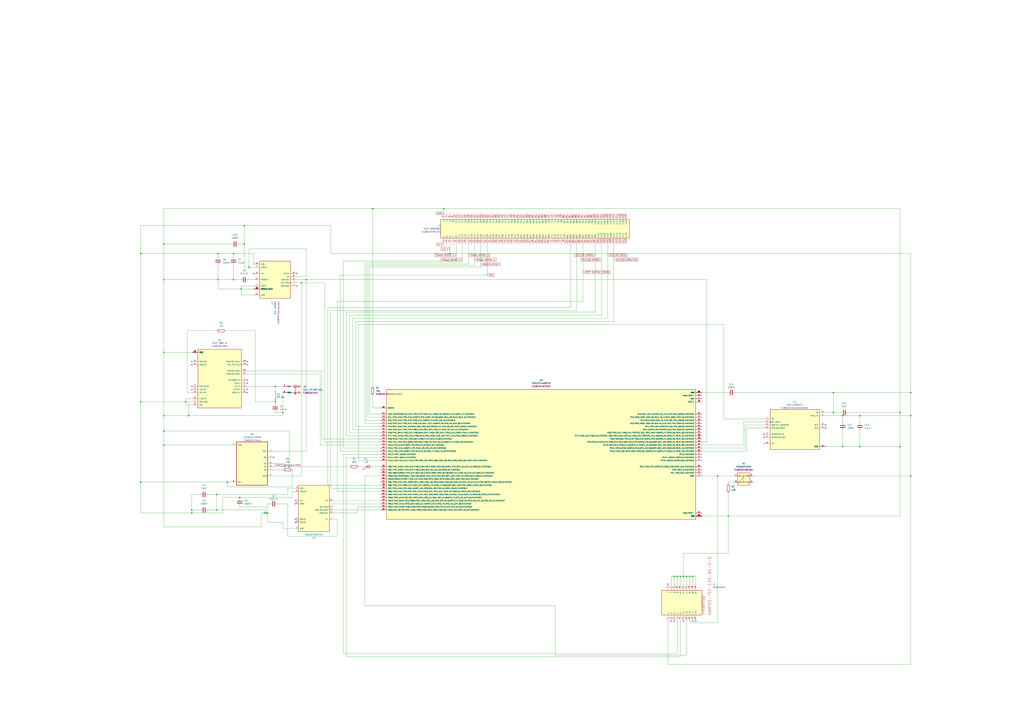
<source format=kicad_sch>
(kicad_sch (version 20230121) (generator eeschema)
  (paper "A1")
  (junction (at 134.62 229.87))
  (junction (at 561.34 473.71))
  (junction (at 134.62 289.56))
  (junction (at 556.26 473.71))
  (junction (at 568.96 473.71))
  (junction (at 247.65 232.41))
  (junction (at 233.68 383.54))
  (junction (at 191.77 229.87))
  (junction (at 232.41 339.09))
  (junction (at 226.06 317.5))
  (junction (at 306.07 171.45))
  (junction (at 566.42 473.71))
  (junction (at 739.14 339.09))
  (junction (at 692.15 341.63))
  (junction (at 219.71 421.64))
  (junction (at 226.06 330.2))
  (junction (at 196.85 408.94))
  (junction (at 237.49 383.54))
  (junction (at 115.57 330.2))
  (junction (at 177.8 419.1))
  (junction (at 692.15 367.03))
  (junction (at 739.14 367.03))
  (junction (at 157.48 419.1))
  (junction (at 134.62 341.63))
  (junction (at 152.4 330.2))
  (junction (at 684.53 322.58))
  (junction (at 364.49 171.45))
  (junction (at 251.46 229.87))
  (junction (at 115.57 396.24))
  (junction (at 179.07 208.28))
  (junction (at 134.62 365.76))
  (junction (at 748.03 322.58))
  (junction (at 589.28 391.16))
  (junction (at 706.12 341.63))
  (junction (at 563.88 473.71))
  (junction (at 204.47 219.71))
  (junction (at 200.66 200.66))
  (junction (at 218.44 421.64))
  (junction (at 157.48 421.64))
  (junction (at 217.17 421.64))
  (junction (at 186.69 396.24))
  (junction (at 134.62 200.66))
  (junction (at 748.03 391.16))
  (junction (at 200.66 185.42))
  (junction (at 198.12 237.49))
  (junction (at 684.53 339.09))
  (junction (at 179.07 229.87))
  (junction (at 115.57 208.28))
  (junction (at 706.12 367.03))
  (junction (at 191.77 208.28))
  (junction (at 748.03 341.63))
  (junction (at 558.8 473.71))
  (junction (at 134.62 354.33))
  (junction (at 598.17 424.18))
  (junction (at 154.94 341.63))
  (junction (at 369.57 208.28))
  (junction (at 553.72 473.71))
  (junction (at 177.8 406.4))
  (no_connect (at 568.96 510.54))
  (no_connect (at 203.2 297.18))
  (no_connect (at 157.48 297.18))
  (no_connect (at 678.18 349.25))
  (no_connect (at 203.2 322.58))
  (no_connect (at 203.2 312.42))
  (no_connect (at 203.2 320.04))
  (no_connect (at 553.72 510.54))
  (no_connect (at 224.79 375.92))
  (no_connect (at 571.5 510.54))
  (no_connect (at 242.57 426.72))
  (no_connect (at 208.28 224.79))
  (no_connect (at 242.57 411.48))
  (no_connect (at 627.38 356.87))
  (no_connect (at 561.34 510.54))
  (no_connect (at 157.48 317.5))
  (no_connect (at 548.64 480.06))
  (no_connect (at 157.48 320.04))
  (no_connect (at 242.57 429.26))
  (no_connect (at 203.2 314.96))
  (no_connect (at 157.48 299.72))
  (no_connect (at 243.84 234.95))
  (no_connect (at 242.57 414.02))
  (no_connect (at 551.18 510.54))
  (no_connect (at 243.84 224.79))
  (no_connect (at 678.18 351.79))
  (no_connect (at 627.38 359.41))
  (no_connect (at 203.2 299.72))
  (wire (pts (xy 364.49 171.45) (xy 306.07 171.45)))
  (wire (pts (xy 610.87 365.76) (xy 576.58 365.76)))
  (wire (pts (xy 220.98 414.02) (xy 219.71 414.02)))
  (wire (pts (xy 191.77 210.82) (xy 191.77 208.28)))
  (wire (pts (xy 273.05 421.64) (xy 293.37 421.64)))
  (wire (pts (xy 580.39 363.22) (xy 576.58 363.22)))
  (wire (pts (xy 226.06 339.09) (xy 232.41 339.09)))
  (wire (pts (xy 281.94 373.38) (xy 312.42 373.38)))
  (wire (pts (xy 152.4 330.2) (xy 152.4 332.74)))
  (wire (pts (xy 627.38 344.17) (xy 594.36 344.17)))
  (wire (pts (xy 224.79 386.08) (xy 232.41 386.08)))
  (wire (pts (xy 266.7 363.22) (xy 312.42 363.22)))
  (wire (pts (xy 553.72 473.71) (xy 556.26 473.71)))
  (wire (pts (xy 613.41 351.79) (xy 613.41 370.84)))
  (wire (pts (xy 134.62 200.66) (xy 134.62 229.87)))
  (wire (pts (xy 684.53 339.09) (xy 689.61 339.09)))
  (wire (pts (xy 243.84 227.33) (xy 251.46 227.33)))
  (wire (pts (xy 232.41 339.09) (xy 232.41 341.63)))
  (wire (pts (xy 134.62 229.87) (xy 134.62 289.56)))
  (wire (pts (xy 739.14 424.18) (xy 598.17 424.18)))
  (wire (pts (xy 379.73 215.9) (xy 379.73 200.66)))
  (wire (pts (xy 299.72 347.98) (xy 299.72 215.9)))
  (wire (pts (xy 589.28 511.81) (xy 589.28 391.16)))
  (wire (pts (xy 196.85 408.94) (xy 240.03 408.94)))
  (wire (pts (xy 182.88 421.64) (xy 157.48 421.64)))
  (wire (pts (xy 748.03 322.58) (xy 748.03 208.28)))
  (wire (pts (xy 556.26 537.21) (xy 281.94 537.21)))
  (wire (pts (xy 224.79 370.84) (xy 251.46 370.84)))
  (wire (pts (xy 273.05 419.1) (xy 312.42 419.1)))
  (wire (pts (xy 400.05 226.06) (xy 400.05 200.66)))
  (wire (pts (xy 115.57 330.2) (xy 152.4 330.2)))
  (wire (pts (xy 179.07 218.44) (xy 179.07 229.87)))
  (wire (pts (xy 748.03 208.28) (xy 369.57 208.28)))
  (wire (pts (xy 292.1 264.16) (xy 504.19 264.16)))
  (wire (pts (xy 134.62 171.45) (xy 134.62 200.66)))
  (wire (pts (xy 748.03 322.58) (xy 748.03 341.63)))
  (wire (pts (xy 237.49 383.54) (xy 287.02 383.54)))
  (wire (pts (xy 115.57 185.42) (xy 200.66 185.42)))
  (wire (pts (xy 279.4 370.84) (xy 279.4 226.06)))
  (wire (pts (xy 204.47 219.71) (xy 208.28 219.71)))
  (wire (pts (xy 748.03 341.63) (xy 748.03 391.16)))
  (wire (pts (xy 294.64 378.46) (xy 312.42 378.46)))
  (wire (pts (xy 262.89 365.76) (xy 312.42 365.76)))
  (wire (pts (xy 306.07 171.45) (xy 134.62 171.45)))
  (wire (pts (xy 171.45 419.1) (xy 177.8 419.1)))
  (wire (pts (xy 294.64 383.54) (xy 298.45 383.54)))
  (wire (pts (xy 284.48 375.92) (xy 284.48 539.75)))
  (wire (pts (xy 706.12 341.63) (xy 748.03 341.63)))
  (wire (pts (xy 299.72 497.84) (xy 455.93 497.84)))
  (wire (pts (xy 214.63 433.07) (xy 134.62 433.07)))
  (wire (pts (xy 203.2 307.34) (xy 262.89 307.34)))
  (wire (pts (xy 200.66 219.71) (xy 204.47 219.71)))
  (wire (pts (xy 157.48 406.4) (xy 157.48 419.1)))
  (wire (pts (xy 369.57 200.66) (xy 369.57 208.28)))
  (wire (pts (xy 303.53 219.71) (xy 394.97 219.71)))
  (wire (pts (xy 240.03 403.86) (xy 242.57 403.86)))
  (wire (pts (xy 594.36 344.17) (xy 594.36 266.7)))
  (wire (pts (xy 294.64 266.7) (xy 294.64 378.46)))
  (wire (pts (xy 613.41 370.84) (xy 576.58 370.84)))
  (wire (pts (xy 302.26 342.9) (xy 302.26 218.44)))
  (wire (pts (xy 610.87 346.71) (xy 610.87 365.76)))
  (wire (pts (xy 563.88 473.71) (xy 563.88 480.06)))
  (wire (pts (xy 134.62 200.66) (xy 189.23 200.66)))
  (wire (pts (xy 219.71 414.02) (xy 219.71 421.64)))
  (wire (pts (xy 153.67 322.58) (xy 153.67 271.78)))
  (wire (pts (xy 115.57 208.28) (xy 179.07 208.28)))
  (wire (pts (xy 208.28 242.57) (xy 198.12 242.57)))
  (wire (pts (xy 204.47 204.47) (xy 204.47 219.71)))
  (wire (pts (xy 618.49 391.16) (xy 748.03 391.16)))
  (wire (pts (xy 271.78 208.28) (xy 271.78 185.42)))
  (wire (pts (xy 233.68 381) (xy 233.68 383.54)))
  (wire (pts (xy 558.8 473.71) (xy 558.8 480.06)))
  (wire (pts (xy 232.41 341.63) (xy 154.94 341.63)))
  (wire (pts (xy 218.44 421.64) (xy 219.71 421.64)))
  (wire (pts (xy 247.65 232.41) (xy 247.65 391.16)))
  (wire (pts (xy 179.07 210.82) (xy 179.07 208.28)))
  (wire (pts (xy 504.19 264.16) (xy 504.19 200.66)))
  (wire (pts (xy 566.42 473.71) (xy 568.96 473.71)))
  (wire (pts (xy 251.46 370.84) (xy 251.46 229.87)))
  (wire (pts (xy 374.65 200.66) (xy 374.65 214.63)))
  (wire (pts (xy 134.62 354.33) (xy 134.62 341.63)))
  (wire (pts (xy 589.28 391.16) (xy 603.25 391.16)))
  (wire (pts (xy 236.22 440.69) (xy 276.86 440.69)))
  (wire (pts (xy 566.42 511.81) (xy 589.28 511.81)))
  (wire (pts (xy 251.46 229.87) (xy 580.39 229.87)))
  (wire (pts (xy 739.14 367.03) (xy 739.14 424.18)))
  (wire (pts (xy 455.93 497.84) (xy 455.93 538.48)))
  (wire (pts (xy 273.05 414.02) (xy 273.05 416.56)))
  (wire (pts (xy 134.62 365.76) (xy 189.23 365.76)))
  (wire (pts (xy 563.88 473.71) (xy 566.42 473.71)))
  (wire (pts (xy 214.63 421.64) (xy 217.17 421.64)))
  (wire (pts (xy 598.17 396.24) (xy 603.25 396.24)))
  (wire (pts (xy 224.79 383.54) (xy 233.68 383.54)))
  (wire (pts (xy 196.85 408.94) (xy 182.88 408.94)))
  (wire (pts (xy 556.26 510.54) (xy 556.26 537.21)))
  (wire (pts (xy 251.46 227.33) (xy 251.46 204.47)))
  (wire (pts (xy 551.18 473.71) (xy 553.72 473.71)))
  (wire (pts (xy 594.36 266.7) (xy 294.64 266.7)))
  (wire (pts (xy 237.49 383.54) (xy 237.49 354.33)))
  (wire (pts (xy 179.07 229.87) (xy 134.62 229.87)))
  (wire (pts (xy 264.16 304.8) (xy 264.16 360.68)))
  (wire (pts (xy 251.46 204.47) (xy 204.47 204.47)))
  (wire (pts (xy 300.99 217.17) (xy 384.81 217.17)))
  (wire (pts (xy 233.68 383.54) (xy 237.49 383.54)))
  (wire (pts (xy 186.69 396.24) (xy 189.23 396.24)))
  (wire (pts (xy 312.42 370.84) (xy 279.4 370.84)))
  (wire (pts (xy 276.86 403.86) (xy 276.86 247.65)))
  (wire (pts (xy 312.42 350.52) (xy 292.1 350.52)))
  (wire (pts (xy 196.85 200.66) (xy 200.66 200.66)))
  (wire (pts (xy 312.42 398.78) (xy 269.24 398.78)))
  (wire (pts (xy 171.45 406.4) (xy 177.8 406.4)))
  (wire (pts (xy 576.58 322.58) (xy 596.9 322.58)))
  (wire (pts (xy 217.17 421.64) (xy 218.44 421.64)))
  (wire (pts (xy 134.62 365.76) (xy 134.62 354.33)))
  (wire (pts (xy 179.07 229.87) (xy 179.07 237.49)))
  (wire (pts (xy 556.26 473.71) (xy 556.26 480.06)))
  (wire (pts (xy 281.94 537.21) (xy 281.94 373.38)))
  (wire (pts (xy 226.06 317.5) (xy 226.06 321.31)))
  (wire (pts (xy 499.11 200.66) (xy 499.11 261.62)))
  (wire (pts (xy 191.77 229.87) (xy 196.85 229.87)))
  (wire (pts (xy 182.88 408.94) (xy 182.88 421.64)))
  (wire (pts (xy 610.87 346.71) (xy 627.38 346.71)))
  (wire (pts (xy 312.42 355.6) (xy 287.02 355.6)))
  (wire (pts (xy 312.42 335.28) (xy 306.07 335.28)))
  (wire (pts (xy 243.84 229.87) (xy 251.46 229.87)))
  (wire (pts (xy 177.8 419.1) (xy 217.17 419.1)))
  (wire (pts (xy 548.64 510.54) (xy 548.64 546.1)))
  (wire (pts (xy 219.71 429.26) (xy 232.41 429.26)))
  (wire (pts (xy 217.17 419.1) (xy 217.17 421.64)))
  (wire (pts (xy 226.06 328.93) (xy 226.06 330.2)))
  (wire (pts (xy 271.78 401.32) (xy 312.42 401.32)))
  (wire (pts (xy 684.53 322.58) (xy 684.53 339.09)))
  (wire (pts (xy 115.57 396.24) (xy 115.57 421.64)))
  (wire (pts (xy 214.63 421.64) (xy 214.63 433.07)))
  (wire (pts (xy 293.37 416.56) (xy 312.42 416.56)))
  (wire (pts (xy 612.14 368.3) (xy 576.58 368.3)))
  (wire (pts (xy 292.1 350.52) (xy 292.1 264.16)))
  (wire (pts (xy 134.62 433.07) (xy 134.62 365.76)))
  (wire (pts (xy 612.14 349.25) (xy 627.38 349.25)))
  (wire (pts (xy 177.8 419.1) (xy 177.8 406.4)))
  (wire (pts (xy 269.24 252.73) (xy 468.63 252.73)))
  (wire (pts (xy 303.53 340.36) (xy 303.53 219.71)))
  (wire (pts (xy 236.22 414.02) (xy 236.22 440.69)))
  (wire (pts (xy 571.5 473.71) (xy 571.5 480.06)))
  (wire (pts (xy 739.14 367.03) (xy 739.14 339.09)))
  (wire (pts (xy 468.63 252.73) (xy 468.63 200.66)))
  (wire (pts (xy 299.72 215.9) (xy 379.73 215.9)))
  (wire (pts (xy 115.57 421.64) (xy 157.48 421.64)))
  (wire (pts (xy 706.12 346.71) (xy 706.12 341.63)))
  (wire (pts (xy 389.89 200.66) (xy 389.89 218.44)))
  (wire (pts (xy 200.66 185.42) (xy 200.66 200.66)))
  (wire (pts (xy 191.77 208.28) (xy 179.07 208.28)))
  (wire (pts (xy 281.94 368.3) (xy 281.94 214.63)))
  (wire (pts (xy 697.23 339.09) (xy 739.14 339.09)))
  (wire (pts (xy 598.17 405.13) (xy 598.17 424.18)))
  (wire (pts (xy 561.34 473.71) (xy 563.88 473.71)))
  (wire (pts (xy 134.62 289.56) (xy 157.48 289.56)))
  (wire (pts (xy 494.03 200.66) (xy 494.03 259.08)))
  (wire (pts (xy 157.48 330.2) (xy 154.94 330.2)))
  (wire (pts (xy 262.89 307.34) (xy 262.89 365.76)))
  (wire (pts (xy 200.66 200.66) (xy 200.66 219.71)))
  (wire (pts (xy 224.79 391.16) (xy 247.65 391.16)))
  (wire (pts (xy 281.94 214.63) (xy 374.65 214.63)))
  (wire (pts (xy 384.81 200.66) (xy 384.81 217.17)))
  (wire (pts (xy 115.57 185.42) (xy 115.57 208.28)))
  (wire (pts (xy 369.57 208.28) (xy 271.78 208.28)))
  (wire (pts (xy 247.65 232.41) (xy 266.7 232.41)))
  (wire (pts (xy 163.83 406.4) (xy 157.48 406.4)))
  (wire (pts (xy 566.42 473.71) (xy 566.42 480.06)))
  (wire (pts (xy 561.34 454.66) (xy 598.17 454.66)))
  (wire (pts (xy 152.4 327.66) (xy 152.4 330.2)))
  (wire (pts (xy 312.42 353.06) (xy 289.56 353.06)))
  (wire (pts (xy 203.2 304.8) (xy 264.16 304.8)))
  (wire (pts (xy 191.77 218.44) (xy 191.77 229.87)))
  (wire (pts (xy 200.66 185.42) (xy 271.78 185.42)))
  (wire (pts (xy 157.48 327.66) (xy 152.4 327.66)))
  (wire (pts (xy 209.55 330.2) (xy 226.06 330.2)))
  (wire (pts (xy 312.42 368.3) (xy 281.94 368.3)))
  (wire (pts (xy 561.34 473.71) (xy 561.34 480.06)))
  (wire (pts (xy 240.03 386.08) (xy 240.03 400.05)))
  (wire (pts (xy 576.58 391.16) (xy 589.28 391.16)))
  (wire (pts (xy 692.15 354.33) (xy 692.15 367.03)))
  (wire (pts (xy 299.72 391.16) (xy 299.72 497.84)))
  (wire (pts (xy 273.05 411.48) (xy 312.42 411.48)))
  (wire (pts (xy 312.42 347.98) (xy 299.72 347.98)))
  (wire (pts (xy 157.48 419.1) (xy 163.83 419.1)))
  (wire (pts (xy 179.07 237.49) (xy 198.12 237.49)))
  (wire (pts (xy 613.41 351.79) (xy 627.38 351.79)))
  (wire (pts (xy 276.86 247.65) (xy 478.79 247.65)))
  (wire (pts (xy 152.4 332.74) (xy 157.48 332.74)))
  (wire (pts (xy 209.55 271.78) (xy 209.55 330.2)))
  (wire (pts (xy 678.18 339.09) (xy 684.53 339.09)))
  (wire (pts (xy 232.41 322.58) (xy 232.41 339.09)))
  (wire (pts (xy 312.42 340.36) (xy 303.53 340.36)))
  (wire (pts (xy 558.8 473.71) (xy 561.34 473.71)))
  (wire (pts (xy 271.78 255.27) (xy 271.78 401.32)))
  (wire (pts (xy 563.88 538.48) (xy 563.88 510.54)))
  (wire (pts (xy 300.99 345.44) (xy 300.99 217.17)))
  (wire (pts (xy 289.56 261.62) (xy 499.11 261.62)))
  (wire (pts (xy 115.57 396.24) (xy 186.69 396.24)))
  (wire (pts (xy 284.48 256.54) (xy 284.48 358.14)))
  (wire (pts (xy 394.97 200.66) (xy 394.97 219.71)))
  (wire (pts (xy 312.42 391.16) (xy 299.72 391.16)))
  (wire (pts (xy 478.79 200.66) (xy 478.79 247.65)))
  (wire (pts (xy 568.96 473.71) (xy 568.96 480.06)))
  (wire (pts (xy 706.12 354.33) (xy 706.12 367.03)))
  (wire (pts (xy 364.49 171.45) (xy 364.49 175.26)))
  (wire (pts (xy 115.57 330.2) (xy 115.57 396.24)))
  (wire (pts (xy 312.42 342.9) (xy 302.26 342.9)))
  (wire (pts (xy 115.57 208.28) (xy 115.57 330.2)))
  (wire (pts (xy 568.96 473.71) (xy 571.5 473.71)))
  (wire (pts (xy 134.62 341.63) (xy 154.94 341.63)))
  (wire (pts (xy 312.42 403.86) (xy 276.86 403.86)))
  (wire (pts (xy 208.28 234.95) (xy 198.12 234.95)))
  (wire (pts (xy 208.28 208.28) (xy 191.77 208.28)))
  (wire (pts (xy 273.05 426.72) (xy 276.86 426.72)))
  (wire (pts (xy 273.05 414.02) (xy 312.42 414.02)))
  (wire (pts (xy 208.28 217.17) (xy 208.28 208.28)))
  (wire (pts (xy 153.67 322.58) (xy 157.48 322.58)))
  (wire (pts (xy 561.34 473.71) (xy 561.34 454.66)))
  (wire (pts (xy 284.48 358.14) (xy 312.42 358.14)))
  (wire (pts (xy 548.64 546.1) (xy 748.03 546.1)))
  (wire (pts (xy 604.52 322.58) (xy 684.53 322.58)))
  (wire (pts (xy 692.15 367.03) (xy 706.12 367.03)))
  (wire (pts (xy 612.14 349.25) (xy 612.14 368.3)))
  (wire (pts (xy 576.58 424.18) (xy 598.17 424.18)))
  (wire (pts (xy 219.71 429.26) (xy 219.71 421.64)))
  (wire (pts (xy 553.72 473.71) (xy 553.72 480.06)))
  (wire (pts (xy 739.14 339.09) (xy 739.14 171.45)))
  (wire (pts (xy 226.06 317.5) (xy 203.2 317.5)))
  (wire (pts (xy 306.07 383.54) (xy 312.42 383.54)))
  (wire (pts (xy 598.17 396.24) (xy 598.17 397.51)))
  (wire (pts (xy 240.03 400.05) (xy 186.69 400.05)))
  (wire (pts (xy 228.6 414.02) (xy 236.22 414.02)))
  (wire (pts (xy 198.12 242.57) (xy 198.12 237.49)))
  (wire (pts (xy 276.86 440.69) (xy 276.86 426.72)))
  (wire (pts (xy 312.42 345.44) (xy 300.99 345.44)))
  (wire (pts (xy 289.56 353.06) (xy 289.56 261.62)))
  (wire (pts (xy 293.37 421.64) (xy 293.37 416.56)))
  (wire (pts (xy 598.17 454.66) (xy 598.17 424.18)))
  (wire (pts (xy 306.07 325.12) (xy 306.07 335.28)))
  (wire (pts (xy 204.47 229.87) (xy 208.28 229.87)))
  (wire (pts (xy 269.24 398.78) (xy 269.24 252.73)))
  (wire (pts (xy 287.02 355.6) (xy 287.02 259.08)))
  (wire (pts (xy 198.12 234.95) (xy 198.12 237.49)))
  (wire (pts (xy 566.42 510.54) (xy 566.42 511.81)))
  (wire (pts (xy 473.71 200.66) (xy 473.71 255.27)))
  (wire (pts (xy 226.06 330.2) (xy 226.06 331.47)))
  (wire (pts (xy 284.48 539.75) (xy 558.8 539.75)))
  (wire (pts (xy 306.07 171.45) (xy 306.07 317.5)))
  (wire (pts (xy 678.18 367.03) (xy 692.15 367.03)))
  (wire (pts (xy 551.18 480.06) (xy 551.18 473.71)))
  (wire (pts (xy 488.95 256.54) (xy 284.48 256.54)))
  (wire (pts (xy 266.7 232.41) (xy 266.7 363.22)))
  (wire (pts (xy 558.8 539.75) (xy 558.8 510.54)))
  (wire (pts (xy 236.22 401.32) (xy 242.57 401.32)))
  (wire (pts (xy 232.41 434.34) (xy 232.41 429.26)))
  (wire (pts (xy 684.53 322.58) (xy 748.03 322.58)))
  (wire (pts (xy 279.4 226.06) (xy 400.05 226.06)))
  (wire (pts (xy 264.16 360.68) (xy 312.42 360.68)))
  (wire (pts (xy 134.62 289.56) (xy 134.62 341.63)))
  (wire (pts (xy 692.15 341.63) (xy 692.15 346.71)))
  (wire (pts (xy 218.44 416.56) (xy 218.44 421.64)))
  (wire (pts (xy 232.41 317.5) (xy 226.06 317.5)))
  (wire (pts (xy 157.48 419.1) (xy 157.48 421.64)))
  (wire (pts (xy 739.14 171.45) (xy 364.49 171.45)))
  (wire (pts (xy 455.93 538.48) (xy 563.88 538.48)))
  (wire (pts (xy 580.39 229.87) (xy 580.39 363.22)))
  (wire (pts (xy 224.79 381) (xy 233.68 381)))
  (wire (pts (xy 185.42 271.78) (xy 209.55 271.78)))
  (wire (pts (xy 312.42 375.92) (xy 284.48 375.92)))
  (wire (pts (xy 153.67 271.78) (xy 177.8 271.78)))
  (wire (pts (xy 243.84 232.41) (xy 247.65 232.41)))
  (wire (pts (xy 177.8 406.4) (xy 236.22 406.4)))
  (wire (pts (xy 179.07 229.87) (xy 191.77 229.87)))
  (wire (pts (xy 236.22 406.4) (xy 236.22 401.32)))
  (wire (pts (xy 706.12 367.03) (xy 739.14 367.03)))
  (wire (pts (xy 237.49 354.33) (xy 134.62 354.33)))
  (wire (pts (xy 154.94 330.2) (xy 154.94 341.63)))
  (wire (pts (xy 692.15 341.63) (xy 706.12 341.63)))
  (wire (pts (xy 692.15 341.63) (xy 678.18 341.63)))
  (wire (pts (xy 302.26 218.44) (xy 389.89 218.44)))
  (wire (pts (xy 196.85 416.56) (xy 218.44 416.56)))
  (wire (pts (xy 186.69 400.05) (xy 186.69 396.24)))
  (wire (pts (xy 242.57 434.34) (xy 232.41 434.34)))
  (wire (pts (xy 488.95 200.66) (xy 488.95 256.54)))
  (wire (pts (xy 556.26 473.71) (xy 558.8 473.71)))
  (wire (pts (xy 287.02 259.08) (xy 494.03 259.08)))
  (wire (pts (xy 473.71 255.27) (xy 271.78 255.27)))
  (wire (pts (xy 198.12 237.49) (xy 208.28 237.49)))
  (wire (pts (xy 748.03 546.1) (xy 748.03 391.16)))
  (wire (pts (xy 240.03 408.94) (xy 240.03 403.86)))
  (global_label "3.3 V" (shape input) (at 369.57 204.47 180) (property "Intersheetrefs" "${INTERSHEET_REFS}" (effects hide)))
  (global_label "CC1120 (MOSI)" (shape input) (at 488.95 209.55 180) (property "Intersheetrefs" "${INTERSHEET_REFS}" (effects hide)))
  (global_label "CC1120 (NSS{slash}CS)" (shape input) (at 504.19 213.36 0) (property "Intersheetrefs" "${INTERSHEET_REFS}" (effects hide)))
  (global_label "MPPT OUTPUT (PWM)" (shape input) (at 478.79 223.52 0) (property "Intersheetrefs" "${INTERSHEET_REFS}" (effects hide)))
  (global_label "Phase Shifter 3" (shape input) (at 384.81 209.55 0) (property "Intersheetrefs" "${INTERSHEET_REFS}" (effects hide)))
  (global_label "5 V" (shape input) (at 364.49 200.66 180) (property "Intersheetrefs" "${INTERSHEET_REFS}" (effects hide)))
  (global_label "Phase Shifter 1" (shape input) (at 374.65 209.55 180) (property "Intersheetrefs" "${INTERSHEET_REFS}" (effects hide)))
  (global_label "GND" (shape input) (at 364.49 175.26 180) (property "Intersheetrefs" "${INTERSHEET_REFS}" (effects hide)))
  (global_label "CC1120 (SCK)" (shape input) (at 499.11 209.55 0) (property "Intersheetrefs" "${INTERSHEET_REFS}" (effects hide)))
  (global_label "TRX" (shape input) (at 400.05 226.06 0) (property "Intersheetrefs" "${INTERSHEET_REFS}" (effects hide)))
  (global_label "MODEM RESET" (shape input) (at 394.97 217.17 0) (property "Intersheetrefs" "${INTERSHEET_REFS}" (effects hide)))
  (global_label "Phase Shifter 2" (shape input) (at 379.73 213.36 180) (property "Intersheetrefs" "${INTERSHEET_REFS}" (effects hide)))
  (global_label "Phase Shifter 4" (shape input) (at 389.89 213.36 0) (property "Intersheetrefs" "${INTERSHEET_REFS}" (effects hide)))
  (global_label "CC1120 (MISO)" (shape input) (at 494.03 213.36 180) (property "Intersheetrefs" "${INTERSHEET_REFS}" (effects hide)))
  (symbol (lib_id "Device:C") (at 224.79 414.02 90) (unit 1)
    (property "Reference" "C2" (at 224.79 407.67 90))
    (property "Value" "220 nF" (at 224.79 410.21 90))
    (property "Footprint" "CUBESAT:Capacitor220nf" (effects hide))
  )
  (symbol (lib_id "Device:C") (at 226.06 335.28 0) (unit 1)
    (property "Reference" "C1" (at 229.87 334.01 0) (effects (justify left)))
    (property "Value" "10 nF" (at 229.87 336.55 0) (effects (justify left)))
    (property "Footprint" "CUBESAT:Capacitor10nf" (effects hide))
  )
  (symbol (lib_id "CUBESAT:UFL") (at 242.57 320.04 0) (unit 1)
    (property "Reference" "J3" (at 248.92 317.754 0) (effects (justify left)))
    (property "Value" "U.FL-R-SMT_01_" (at 248.92 320.294 0) (effects (justify left)))
    (property "Footprint" "CUBESAT:UFL" (at 248.92 322.834 0) (effects (justify left)))
  )
  (symbol (lib_id "Device:C") (at 200.66 229.87 270) (unit 1)
    (property "Reference" "C9" (at 200.66 222.25 90))
    (property "Value" "0.47uF" (at 200.66 224.79 90))
    (property "Footprint" "CUBESAT:Capacitor0-47uf" (effects hide))
  )
  (symbol (lib_id "CUBESAT:Temp") (at 207.01 381 180) (unit 1)
    (property "Reference" "U6" (at 207.01 356.87 0))
    (property "Value" "LM75AIM_NOPB" (at 207.01 359.41 0))
    (property "Footprint" "CUBESAT:Temp" (at 207.01 361.95 0))
    (property "MF" "Texas Instruments" (effects hide))
    (property "Description" "\n2C industry standard temperature sensor, I2C/SMBus interface\n" (effects hide))
    (property "Package" "SOIC-8 Texas Instruments" (effects hide))
    (property "Price" "None" (effects hide))
    (property "MP" "LM75AIM/NOPB" (effects hide))
    (property "Availability" "In Stock" (effects hide))
  )
  (symbol (lib_id "Device:R") (at 236.22 386.08 90) (unit 1)
    (property "Reference" "R5" (at 236.22 377.19 90))
    (property "Value" "10k" (at 236.22 379.73 90))
    (property "Footprint" "CUBESAT:Resistor10kO" (at 236.22 382.27 90))
  )
  (symbol (lib_id "Device:C") (at 600.71 322.58 90) (unit 1)
    (property "Reference" "C14" (at 600.71 315.8827 90))
    (property "Value" "100nF" (at 600.71 318.4227 90))
    (property "Footprint" "CUBESAT:Capacitor100nf" (effects hide))
  )
  (symbol (lib_id "Device:LED") (at 302.26 383.54 0) (unit 1)
    (property "Reference" "D1" (at 300.6725 377.19 0))
    (property "Value" "LED" (at 300.6725 379.73 0))
    (property "Footprint" "LED_SMD:LED-L1T2_LUMILEDS" (effects hide))
  )
  (symbol (lib_id "Device:R") (at 598.17 401.32 180) (unit 1)
    (property "Reference" "R2" (at 600.71 400.05 0) (effects (justify right)))
    (property "Value" "10k" (at 600.71 402.59 0) (effects (justify right)))
    (property "Footprint" "CUBESAT:Resistor10kO" (effects hide))
  )
  (symbol (lib_id "CUBESAT:MAGNETOMETER") (at 257.81 416.56 0) (mirror y) (unit 1)
    (property "Reference" "U4" (at 257.81 441.96 0))
    (property "Value" "MAGNETOMETER" (at 257.81 439.42 0))
    (property "Footprint" "CUBESAT:MAGNETOMETER" (effects hide))
    (property "Description" "\nMagnetoresistive Sensor X, Y, Z Axis 12-LGA (2x2)\n" (effects hide))
  )
  (symbol (lib_id "Device:R") (at 290.83 383.54 270) (unit 1)
    (property "Reference" "R4" (at 290.83 377.19 90))
    (property "Value" "300" (at 290.83 379.73 90))
    (property "Footprint" "CUBESAT:Resistor300O" (effects hide))
  )
  (symbol (lib_id "Device:C") (at 692.15 350.52 0) (unit 1)
    (property "Reference" "C12" (at 695.96 349.25 0) (effects (justify left)))
    (property "Value" "100nF" (at 695.96 351.79 0) (effects (justify left)))
    (property "Footprint" "CUBESAT:Capacitor100nf" (effects hide))
  )
  (symbol (lib_id "Device:C") (at 693.42 339.09 90) (unit 1)
    (property "Reference" "C11" (at 693.42 331.47 90))
    (property "Value" "10nF" (at 693.42 334.01 90))
    (property "Footprint" "CUBESAT:Capacitor10nf" (effects hide))
  )
  (symbol (lib_id "CUBESAT:DEBUGGER") (at 548.64 505.46 90) (unit 1)
    (property "Reference" "J1" (at 585.47 480.1219 90) (effects (justify right)))
    (property "Value" "DEBUGGER" (at 585.47 482.6619 90) (effects (justify right)))
    (property "Footprint" "CUBESAT:DEBUGGER" (effects hide))
  )
  (symbol (lib_id "CUBESAT:PC104") (at 364.49 200.66 90) (unit 1)
    (property "Reference" "J2" (at 361.95 185.42 90) (effects (justify left)))
    (property "Value" "M22-6003005" (at 361.95 187.96 90) (effects (justify left)))
    (property "Footprint" "CUBESAT:PC104" (at 361.95 190.5 90) (effects (justify left)))
    (property "Height" "9.35" (effects hide))
    (property "Manufacturer_Name" "Harwin" (effects hide))
    (property "Manufacturer_Part_Number" "M22-6003005" (effects hide))
  )
  (symbol (lib_id "CUBESAT:STM32") (at 444.5 373.38 0) (unit 1)
    (property "Reference" "U5" (at 444.5 312.42 0))
    (property "Value" "STM32F446RET6" (at 444.5 314.96 0))
    (property "Footprint" "CUBESAT:STM32" (at 444.5 317.5 0))
    (property "MF" "STMicroelectronics" (effects hide))
    (property "Description" "\nARM® Cortex®-M4 STM32F4 Microcontroller IC 32-Bit Single-Core 180MHz 512KB (512K x 8) FLASH 64-LQFP (10x10)\n" (effects hide))
    (property "Package" "LQFP-64 STMicroelectronics" (effects hide))
    (property "Price" "None" (effects hide))
    (property "STANDARD" "IPC-7351B" (effects hide))
    (property "PARTREV" "6" (effects hide))
    (property "MP" "STM32F446RET6" (effects hide))
    (property "Availability" "In Stock" (effects hide))
    (property "MANUFACTURER" "ST Microelectronics" (effects hide))
  )
  (symbol (lib_id "Device:L") (at 226.06 325.12 0) (unit 1)
    (property "Reference" "L1" (at 227.3825 323.85 0) (effects (justify left)))
    (property "Value" "27 nH" (at 227.3825 326.39 0) (effects (justify left)))
    (property "Footprint" "CUBESAT:Inductor27nH" (effects hide))
  )
  (symbol (lib_id "Device:C") (at 179.07 214.63 0) (unit 1)
    (property "Reference" "C6" (at 182.88 213.36 0) (effects (justify left)))
    (property "Value" "100nF" (at 182.88 215.9 0) (effects (justify left)))
    (property "Footprint" "CUBESAT:Capacitor100nf" (effects hide))
  )
  (symbol (lib_id "Device:R") (at 306.07 321.31 0) (unit 1)
    (property "Reference" "R1" (at 308.61 318.77 0) (effects (justify left)))
    (property "Value" "10k" (at 308.61 321.31 0) (effects (justify left)))
    (property "Footprint" "CUBESAT:Resistor10kO" (at 308.61 323.85 0) (effects (justify left)))
  )
  (symbol (lib_id "Device:C") (at 193.04 200.66 90) (unit 1)
    (property "Reference" "C10" (at 193.04 193.04 90))
    (property "Value" "100nF" (at 193.04 195.58 90))
    (property "Footprint" "CUBESAT:Capacitor100nf" (effects hide))
  )
  (symbol (lib_id "Device:R") (at 181.61 271.78 270) (unit 1)
    (property "Reference" "R3" (at 181.61 265.43 90))
    (property "Value" "10" (at 181.61 267.97 90))
    (property "Footprint" "CUBESAT:Resistor10O" (effects hide))
  )
  (symbol (lib_id "Device:C") (at 706.12 350.52 0) (unit 1)
    (property "Reference" "C13" (at 709.93 349.25 0) (effects (justify left)))
    (property "Value" "2.2uF" (at 709.93 351.79 0) (effects (justify left)))
    (property "Footprint" "CUBESAT:Capacitor2-2uf" (effects hide))
  )
  (symbol (lib_id "CUBESAT:GPS") (at 180.34 312.42 180) (unit 1)
    (property "Reference" "U2" (at 180.34 279.4 0))
    (property "Value" "NEO-M8N-0" (at 180.34 281.94 0))
    (property "Footprint" "CUBESAT:GPS" (at 180.34 284.48 0))
    (property "MF" "U-Blox America" (effects hide))
    (property "Description" "\nseries RF Receiver BeiDou, Galileo, GLONASS, GNSS, GPS 1.575GHz -167dBm - - -\n" (effects hide))
    (property "Package" "SMD-24 U-Blox America Inc." (effects hide))
    (property "Price" "None" (effects hide))
    (property "STANDARD" "Manufacturer Recommendation" (effects hide))
    (property "PARTREV" "R04" (effects hide))
    (property "MP" "NEO-M8N-0" (effects hide))
    (property "Availability" "In Stock" (effects hide))
  )
  (symbol (lib_id "Device:C") (at 167.64 419.1 90) (unit 1)
    (property "Reference" "C3" (at 167.64 411.48 90))
    (property "Value" "100nF" (at 167.64 414.02 90))
    (property "Footprint" "CUBESAT:Capacitor100nf" (effects hide))
  )
  (symbol (lib_id "Device:C") (at 191.77 214.63 0) (unit 1)
    (property "Reference" "C7" (at 195.58 213.36 0) (effects (justify left)))
    (property "Value" "2.2uF" (at 195.58 215.9 0) (effects (justify left)))
    (property "Footprint" "CUBESAT:Capacitor2-2uf" (effects hide))
  )
  (symbol (lib_id "Device:C") (at 196.85 412.75 180) (unit 1)
    (property "Reference" "C5" (at 200.66 411.48 0) (effects (justify right)))
    (property "Value" "100nF" (at 200.66 414.02 0) (effects (justify right)))
    (property "Footprint" "CUBESAT:Capacitor100nf" (effects hide))
  )
  (symbol (lib_id "CUBESAT:Button") (at 610.87 393.7 0) (unit 1)
    (property "Reference" "S1" (at 610.87 381 0))
    (property "Value" "SKQGAFE010" (at 610.87 383.54 0))
    (property "Footprint" "CUBESAT:Button" (at 610.87 386.08 0))
  )
  (symbol (lib_id "Device:C") (at 167.64 406.4 90) (unit 1)
    (property "Reference" "C4" (at 167.64 398.78 90))
    (property "Value" "10uF" (at 167.64 401.32 90))
    (property "Footprint" "CUBESAT:Capacitor10uf" (effects hide))
  )
  (symbol (lib_id "CUBESAT:Accelerometer") (at 652.78 351.79 0) (unit 1)
    (property "Reference" "U1" (at 652.78 330.2 0))
    (property "Value" "ADXL345BCCZ" (at 652.78 332.74 0))
    (property "Footprint" "CUBESAT:Accelerometer" (at 652.78 335.28 0))
    (property "MF" "Analog Devices" (effects hide))
    (property "MAXIMUM_PACKAGE_HEIGHT" "1.00mm" (effects hide))
    (property "Package" "LGA -14 Analog Devices" (effects hide))
    (property "Price" "None" (effects hide))
    (property "STANDARD" "Manufacturer recommendations" (effects hide))
    (property "PARTREV" "G" (effects hide))
    (property "MP" "ADXL345BCCZ" (effects hide))
    (property "Description" "\n3-Axis, ±2 g/±4 g/±8 g/±16 g Digital Accelerometer\n" (effects hide))
    (property "MANUFACTURER" "Analog Devices" (effects hide))
    (property "Availability" "In Stock" (effects hide))
    (property "SNAPEDA_PN" "ADXL345BCCZ" (effects hide))
  )
  (symbol (lib_id "CUBESAT:Gyroscope") (at 226.06 229.87 0) (mirror y) (unit 1)
    (property "Reference" "U3" (at 223.52 247.65 90) (effects (justify right)))
    (property "Value" "IAM-20380" (at 226.06 247.65 90) (effects (justify right)))
    (property "Footprint" "CUBESAT:Gyroscope" (at 228.6 247.65 90) (effects (justify right)))
    (property "MF" "TDK InvenSense" (effects hide))
    (property "PACKAGE" "PQFN-16 TDK-InvenSense" (effects hide))
    (property "Package" "PQFN-16 TDK-InvenSense" (effects hide))
    (property "Price" "None" (effects hide))
    (property "PRICE" "None" (effects hide))
    (property "MP" "IAM-20380" (effects hide))
    (property "Availability" "In Stock" (effects hide))
    (property "AVAILABILITY" "Unavailable" (effects hide))
    (property "Description" "yroscope X (Pitch), Y (Roll), Z (Yaw) ±250, 500, 1000, 2000 27kHz I²C, SPI 16-LGA (3x3)\n" (effects hide))
  )
)
</source>
